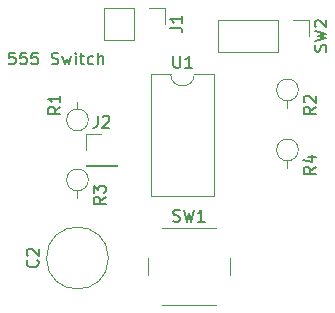
<source format=gto>
%TF.GenerationSoftware,KiCad,Pcbnew,7.0.10*%
%TF.CreationDate,2024-01-13T01:29:39-05:00*%
%TF.ProjectId,555_toggle-switch,3535355f-746f-4676-976c-652d73776974,rev?*%
%TF.SameCoordinates,Original*%
%TF.FileFunction,Legend,Top*%
%TF.FilePolarity,Positive*%
%FSLAX46Y46*%
G04 Gerber Fmt 4.6, Leading zero omitted, Abs format (unit mm)*
G04 Created by KiCad (PCBNEW 7.0.10) date 2024-01-13 01:29:39*
%MOMM*%
%LPD*%
G01*
G04 APERTURE LIST*
%ADD10C,0.150000*%
%ADD11C,0.120000*%
G04 APERTURE END LIST*
D10*
X111556969Y-90817819D02*
X111080779Y-90817819D01*
X111080779Y-90817819D02*
X111033160Y-91294009D01*
X111033160Y-91294009D02*
X111080779Y-91246390D01*
X111080779Y-91246390D02*
X111176017Y-91198771D01*
X111176017Y-91198771D02*
X111414112Y-91198771D01*
X111414112Y-91198771D02*
X111509350Y-91246390D01*
X111509350Y-91246390D02*
X111556969Y-91294009D01*
X111556969Y-91294009D02*
X111604588Y-91389247D01*
X111604588Y-91389247D02*
X111604588Y-91627342D01*
X111604588Y-91627342D02*
X111556969Y-91722580D01*
X111556969Y-91722580D02*
X111509350Y-91770200D01*
X111509350Y-91770200D02*
X111414112Y-91817819D01*
X111414112Y-91817819D02*
X111176017Y-91817819D01*
X111176017Y-91817819D02*
X111080779Y-91770200D01*
X111080779Y-91770200D02*
X111033160Y-91722580D01*
X112509350Y-90817819D02*
X112033160Y-90817819D01*
X112033160Y-90817819D02*
X111985541Y-91294009D01*
X111985541Y-91294009D02*
X112033160Y-91246390D01*
X112033160Y-91246390D02*
X112128398Y-91198771D01*
X112128398Y-91198771D02*
X112366493Y-91198771D01*
X112366493Y-91198771D02*
X112461731Y-91246390D01*
X112461731Y-91246390D02*
X112509350Y-91294009D01*
X112509350Y-91294009D02*
X112556969Y-91389247D01*
X112556969Y-91389247D02*
X112556969Y-91627342D01*
X112556969Y-91627342D02*
X112509350Y-91722580D01*
X112509350Y-91722580D02*
X112461731Y-91770200D01*
X112461731Y-91770200D02*
X112366493Y-91817819D01*
X112366493Y-91817819D02*
X112128398Y-91817819D01*
X112128398Y-91817819D02*
X112033160Y-91770200D01*
X112033160Y-91770200D02*
X111985541Y-91722580D01*
X113461731Y-90817819D02*
X112985541Y-90817819D01*
X112985541Y-90817819D02*
X112937922Y-91294009D01*
X112937922Y-91294009D02*
X112985541Y-91246390D01*
X112985541Y-91246390D02*
X113080779Y-91198771D01*
X113080779Y-91198771D02*
X113318874Y-91198771D01*
X113318874Y-91198771D02*
X113414112Y-91246390D01*
X113414112Y-91246390D02*
X113461731Y-91294009D01*
X113461731Y-91294009D02*
X113509350Y-91389247D01*
X113509350Y-91389247D02*
X113509350Y-91627342D01*
X113509350Y-91627342D02*
X113461731Y-91722580D01*
X113461731Y-91722580D02*
X113414112Y-91770200D01*
X113414112Y-91770200D02*
X113318874Y-91817819D01*
X113318874Y-91817819D02*
X113080779Y-91817819D01*
X113080779Y-91817819D02*
X112985541Y-91770200D01*
X112985541Y-91770200D02*
X112937922Y-91722580D01*
X114652208Y-91770200D02*
X114795065Y-91817819D01*
X114795065Y-91817819D02*
X115033160Y-91817819D01*
X115033160Y-91817819D02*
X115128398Y-91770200D01*
X115128398Y-91770200D02*
X115176017Y-91722580D01*
X115176017Y-91722580D02*
X115223636Y-91627342D01*
X115223636Y-91627342D02*
X115223636Y-91532104D01*
X115223636Y-91532104D02*
X115176017Y-91436866D01*
X115176017Y-91436866D02*
X115128398Y-91389247D01*
X115128398Y-91389247D02*
X115033160Y-91341628D01*
X115033160Y-91341628D02*
X114842684Y-91294009D01*
X114842684Y-91294009D02*
X114747446Y-91246390D01*
X114747446Y-91246390D02*
X114699827Y-91198771D01*
X114699827Y-91198771D02*
X114652208Y-91103533D01*
X114652208Y-91103533D02*
X114652208Y-91008295D01*
X114652208Y-91008295D02*
X114699827Y-90913057D01*
X114699827Y-90913057D02*
X114747446Y-90865438D01*
X114747446Y-90865438D02*
X114842684Y-90817819D01*
X114842684Y-90817819D02*
X115080779Y-90817819D01*
X115080779Y-90817819D02*
X115223636Y-90865438D01*
X115556970Y-91151152D02*
X115747446Y-91817819D01*
X115747446Y-91817819D02*
X115937922Y-91341628D01*
X115937922Y-91341628D02*
X116128398Y-91817819D01*
X116128398Y-91817819D02*
X116318874Y-91151152D01*
X116699827Y-91817819D02*
X116699827Y-91151152D01*
X116699827Y-90817819D02*
X116652208Y-90865438D01*
X116652208Y-90865438D02*
X116699827Y-90913057D01*
X116699827Y-90913057D02*
X116747446Y-90865438D01*
X116747446Y-90865438D02*
X116699827Y-90817819D01*
X116699827Y-90817819D02*
X116699827Y-90913057D01*
X117033160Y-91151152D02*
X117414112Y-91151152D01*
X117176017Y-90817819D02*
X117176017Y-91674961D01*
X117176017Y-91674961D02*
X117223636Y-91770200D01*
X117223636Y-91770200D02*
X117318874Y-91817819D01*
X117318874Y-91817819D02*
X117414112Y-91817819D01*
X118176017Y-91770200D02*
X118080779Y-91817819D01*
X118080779Y-91817819D02*
X117890303Y-91817819D01*
X117890303Y-91817819D02*
X117795065Y-91770200D01*
X117795065Y-91770200D02*
X117747446Y-91722580D01*
X117747446Y-91722580D02*
X117699827Y-91627342D01*
X117699827Y-91627342D02*
X117699827Y-91341628D01*
X117699827Y-91341628D02*
X117747446Y-91246390D01*
X117747446Y-91246390D02*
X117795065Y-91198771D01*
X117795065Y-91198771D02*
X117890303Y-91151152D01*
X117890303Y-91151152D02*
X118080779Y-91151152D01*
X118080779Y-91151152D02*
X118176017Y-91198771D01*
X118604589Y-91817819D02*
X118604589Y-90817819D01*
X119033160Y-91817819D02*
X119033160Y-91294009D01*
X119033160Y-91294009D02*
X118985541Y-91198771D01*
X118985541Y-91198771D02*
X118890303Y-91151152D01*
X118890303Y-91151152D02*
X118747446Y-91151152D01*
X118747446Y-91151152D02*
X118652208Y-91198771D01*
X118652208Y-91198771D02*
X118604589Y-91246390D01*
X118538666Y-96184819D02*
X118538666Y-96899104D01*
X118538666Y-96899104D02*
X118491047Y-97041961D01*
X118491047Y-97041961D02*
X118395809Y-97137200D01*
X118395809Y-97137200D02*
X118252952Y-97184819D01*
X118252952Y-97184819D02*
X118157714Y-97184819D01*
X118967238Y-96280057D02*
X119014857Y-96232438D01*
X119014857Y-96232438D02*
X119110095Y-96184819D01*
X119110095Y-96184819D02*
X119348190Y-96184819D01*
X119348190Y-96184819D02*
X119443428Y-96232438D01*
X119443428Y-96232438D02*
X119491047Y-96280057D01*
X119491047Y-96280057D02*
X119538666Y-96375295D01*
X119538666Y-96375295D02*
X119538666Y-96470533D01*
X119538666Y-96470533D02*
X119491047Y-96613390D01*
X119491047Y-96613390D02*
X118919619Y-97184819D01*
X118919619Y-97184819D02*
X119538666Y-97184819D01*
X137865200Y-90741332D02*
X137912819Y-90598475D01*
X137912819Y-90598475D02*
X137912819Y-90360380D01*
X137912819Y-90360380D02*
X137865200Y-90265142D01*
X137865200Y-90265142D02*
X137817580Y-90217523D01*
X137817580Y-90217523D02*
X137722342Y-90169904D01*
X137722342Y-90169904D02*
X137627104Y-90169904D01*
X137627104Y-90169904D02*
X137531866Y-90217523D01*
X137531866Y-90217523D02*
X137484247Y-90265142D01*
X137484247Y-90265142D02*
X137436628Y-90360380D01*
X137436628Y-90360380D02*
X137389009Y-90550856D01*
X137389009Y-90550856D02*
X137341390Y-90646094D01*
X137341390Y-90646094D02*
X137293771Y-90693713D01*
X137293771Y-90693713D02*
X137198533Y-90741332D01*
X137198533Y-90741332D02*
X137103295Y-90741332D01*
X137103295Y-90741332D02*
X137008057Y-90693713D01*
X137008057Y-90693713D02*
X136960438Y-90646094D01*
X136960438Y-90646094D02*
X136912819Y-90550856D01*
X136912819Y-90550856D02*
X136912819Y-90312761D01*
X136912819Y-90312761D02*
X136960438Y-90169904D01*
X136912819Y-89836570D02*
X137912819Y-89598475D01*
X137912819Y-89598475D02*
X137198533Y-89407999D01*
X137198533Y-89407999D02*
X137912819Y-89217523D01*
X137912819Y-89217523D02*
X136912819Y-88979428D01*
X137008057Y-88646094D02*
X136960438Y-88598475D01*
X136960438Y-88598475D02*
X136912819Y-88503237D01*
X136912819Y-88503237D02*
X136912819Y-88265142D01*
X136912819Y-88265142D02*
X136960438Y-88169904D01*
X136960438Y-88169904D02*
X137008057Y-88122285D01*
X137008057Y-88122285D02*
X137103295Y-88074666D01*
X137103295Y-88074666D02*
X137198533Y-88074666D01*
X137198533Y-88074666D02*
X137341390Y-88122285D01*
X137341390Y-88122285D02*
X137912819Y-88693713D01*
X137912819Y-88693713D02*
X137912819Y-88074666D01*
X124704819Y-88725333D02*
X125419104Y-88725333D01*
X125419104Y-88725333D02*
X125561961Y-88772952D01*
X125561961Y-88772952D02*
X125657200Y-88868190D01*
X125657200Y-88868190D02*
X125704819Y-89011047D01*
X125704819Y-89011047D02*
X125704819Y-89106285D01*
X125704819Y-87725333D02*
X125704819Y-88296761D01*
X125704819Y-88011047D02*
X124704819Y-88011047D01*
X124704819Y-88011047D02*
X124847676Y-88106285D01*
X124847676Y-88106285D02*
X124942914Y-88201523D01*
X124942914Y-88201523D02*
X124990533Y-88296761D01*
X124968095Y-91104819D02*
X124968095Y-91914342D01*
X124968095Y-91914342D02*
X125015714Y-92009580D01*
X125015714Y-92009580D02*
X125063333Y-92057200D01*
X125063333Y-92057200D02*
X125158571Y-92104819D01*
X125158571Y-92104819D02*
X125349047Y-92104819D01*
X125349047Y-92104819D02*
X125444285Y-92057200D01*
X125444285Y-92057200D02*
X125491904Y-92009580D01*
X125491904Y-92009580D02*
X125539523Y-91914342D01*
X125539523Y-91914342D02*
X125539523Y-91104819D01*
X126539523Y-92104819D02*
X125968095Y-92104819D01*
X126253809Y-92104819D02*
X126253809Y-91104819D01*
X126253809Y-91104819D02*
X126158571Y-91247676D01*
X126158571Y-91247676D02*
X126063333Y-91342914D01*
X126063333Y-91342914D02*
X125968095Y-91390533D01*
X136994819Y-100496666D02*
X136518628Y-100829999D01*
X136994819Y-101068094D02*
X135994819Y-101068094D01*
X135994819Y-101068094D02*
X135994819Y-100687142D01*
X135994819Y-100687142D02*
X136042438Y-100591904D01*
X136042438Y-100591904D02*
X136090057Y-100544285D01*
X136090057Y-100544285D02*
X136185295Y-100496666D01*
X136185295Y-100496666D02*
X136328152Y-100496666D01*
X136328152Y-100496666D02*
X136423390Y-100544285D01*
X136423390Y-100544285D02*
X136471009Y-100591904D01*
X136471009Y-100591904D02*
X136518628Y-100687142D01*
X136518628Y-100687142D02*
X136518628Y-101068094D01*
X136328152Y-99639523D02*
X136994819Y-99639523D01*
X135947200Y-99877618D02*
X136661485Y-100115713D01*
X136661485Y-100115713D02*
X136661485Y-99496666D01*
X115374819Y-95416666D02*
X114898628Y-95749999D01*
X115374819Y-95988094D02*
X114374819Y-95988094D01*
X114374819Y-95988094D02*
X114374819Y-95607142D01*
X114374819Y-95607142D02*
X114422438Y-95511904D01*
X114422438Y-95511904D02*
X114470057Y-95464285D01*
X114470057Y-95464285D02*
X114565295Y-95416666D01*
X114565295Y-95416666D02*
X114708152Y-95416666D01*
X114708152Y-95416666D02*
X114803390Y-95464285D01*
X114803390Y-95464285D02*
X114851009Y-95511904D01*
X114851009Y-95511904D02*
X114898628Y-95607142D01*
X114898628Y-95607142D02*
X114898628Y-95988094D01*
X115374819Y-94464285D02*
X115374819Y-95035713D01*
X115374819Y-94749999D02*
X114374819Y-94749999D01*
X114374819Y-94749999D02*
X114517676Y-94845237D01*
X114517676Y-94845237D02*
X114612914Y-94940475D01*
X114612914Y-94940475D02*
X114660533Y-95035713D01*
X113449580Y-108386666D02*
X113497200Y-108434285D01*
X113497200Y-108434285D02*
X113544819Y-108577142D01*
X113544819Y-108577142D02*
X113544819Y-108672380D01*
X113544819Y-108672380D02*
X113497200Y-108815237D01*
X113497200Y-108815237D02*
X113401961Y-108910475D01*
X113401961Y-108910475D02*
X113306723Y-108958094D01*
X113306723Y-108958094D02*
X113116247Y-109005713D01*
X113116247Y-109005713D02*
X112973390Y-109005713D01*
X112973390Y-109005713D02*
X112782914Y-108958094D01*
X112782914Y-108958094D02*
X112687676Y-108910475D01*
X112687676Y-108910475D02*
X112592438Y-108815237D01*
X112592438Y-108815237D02*
X112544819Y-108672380D01*
X112544819Y-108672380D02*
X112544819Y-108577142D01*
X112544819Y-108577142D02*
X112592438Y-108434285D01*
X112592438Y-108434285D02*
X112640057Y-108386666D01*
X112640057Y-108005713D02*
X112592438Y-107958094D01*
X112592438Y-107958094D02*
X112544819Y-107862856D01*
X112544819Y-107862856D02*
X112544819Y-107624761D01*
X112544819Y-107624761D02*
X112592438Y-107529523D01*
X112592438Y-107529523D02*
X112640057Y-107481904D01*
X112640057Y-107481904D02*
X112735295Y-107434285D01*
X112735295Y-107434285D02*
X112830533Y-107434285D01*
X112830533Y-107434285D02*
X112973390Y-107481904D01*
X112973390Y-107481904D02*
X113544819Y-108053332D01*
X113544819Y-108053332D02*
X113544819Y-107434285D01*
X136994819Y-95416666D02*
X136518628Y-95749999D01*
X136994819Y-95988094D02*
X135994819Y-95988094D01*
X135994819Y-95988094D02*
X135994819Y-95607142D01*
X135994819Y-95607142D02*
X136042438Y-95511904D01*
X136042438Y-95511904D02*
X136090057Y-95464285D01*
X136090057Y-95464285D02*
X136185295Y-95416666D01*
X136185295Y-95416666D02*
X136328152Y-95416666D01*
X136328152Y-95416666D02*
X136423390Y-95464285D01*
X136423390Y-95464285D02*
X136471009Y-95511904D01*
X136471009Y-95511904D02*
X136518628Y-95607142D01*
X136518628Y-95607142D02*
X136518628Y-95988094D01*
X136090057Y-95035713D02*
X136042438Y-94988094D01*
X136042438Y-94988094D02*
X135994819Y-94892856D01*
X135994819Y-94892856D02*
X135994819Y-94654761D01*
X135994819Y-94654761D02*
X136042438Y-94559523D01*
X136042438Y-94559523D02*
X136090057Y-94511904D01*
X136090057Y-94511904D02*
X136185295Y-94464285D01*
X136185295Y-94464285D02*
X136280533Y-94464285D01*
X136280533Y-94464285D02*
X136423390Y-94511904D01*
X136423390Y-94511904D02*
X136994819Y-95083332D01*
X136994819Y-95083332D02*
X136994819Y-94464285D01*
X119214819Y-103036666D02*
X118738628Y-103369999D01*
X119214819Y-103608094D02*
X118214819Y-103608094D01*
X118214819Y-103608094D02*
X118214819Y-103227142D01*
X118214819Y-103227142D02*
X118262438Y-103131904D01*
X118262438Y-103131904D02*
X118310057Y-103084285D01*
X118310057Y-103084285D02*
X118405295Y-103036666D01*
X118405295Y-103036666D02*
X118548152Y-103036666D01*
X118548152Y-103036666D02*
X118643390Y-103084285D01*
X118643390Y-103084285D02*
X118691009Y-103131904D01*
X118691009Y-103131904D02*
X118738628Y-103227142D01*
X118738628Y-103227142D02*
X118738628Y-103608094D01*
X118214819Y-102703332D02*
X118214819Y-102084285D01*
X118214819Y-102084285D02*
X118595771Y-102417618D01*
X118595771Y-102417618D02*
X118595771Y-102274761D01*
X118595771Y-102274761D02*
X118643390Y-102179523D01*
X118643390Y-102179523D02*
X118691009Y-102131904D01*
X118691009Y-102131904D02*
X118786247Y-102084285D01*
X118786247Y-102084285D02*
X119024342Y-102084285D01*
X119024342Y-102084285D02*
X119119580Y-102131904D01*
X119119580Y-102131904D02*
X119167200Y-102179523D01*
X119167200Y-102179523D02*
X119214819Y-102274761D01*
X119214819Y-102274761D02*
X119214819Y-102560475D01*
X119214819Y-102560475D02*
X119167200Y-102655713D01*
X119167200Y-102655713D02*
X119119580Y-102703332D01*
X124956667Y-105087200D02*
X125099524Y-105134819D01*
X125099524Y-105134819D02*
X125337619Y-105134819D01*
X125337619Y-105134819D02*
X125432857Y-105087200D01*
X125432857Y-105087200D02*
X125480476Y-105039580D01*
X125480476Y-105039580D02*
X125528095Y-104944342D01*
X125528095Y-104944342D02*
X125528095Y-104849104D01*
X125528095Y-104849104D02*
X125480476Y-104753866D01*
X125480476Y-104753866D02*
X125432857Y-104706247D01*
X125432857Y-104706247D02*
X125337619Y-104658628D01*
X125337619Y-104658628D02*
X125147143Y-104611009D01*
X125147143Y-104611009D02*
X125051905Y-104563390D01*
X125051905Y-104563390D02*
X125004286Y-104515771D01*
X125004286Y-104515771D02*
X124956667Y-104420533D01*
X124956667Y-104420533D02*
X124956667Y-104325295D01*
X124956667Y-104325295D02*
X125004286Y-104230057D01*
X125004286Y-104230057D02*
X125051905Y-104182438D01*
X125051905Y-104182438D02*
X125147143Y-104134819D01*
X125147143Y-104134819D02*
X125385238Y-104134819D01*
X125385238Y-104134819D02*
X125528095Y-104182438D01*
X125861429Y-104134819D02*
X126099524Y-105134819D01*
X126099524Y-105134819D02*
X126290000Y-104420533D01*
X126290000Y-104420533D02*
X126480476Y-105134819D01*
X126480476Y-105134819D02*
X126718572Y-104134819D01*
X127623333Y-105134819D02*
X127051905Y-105134819D01*
X127337619Y-105134819D02*
X127337619Y-104134819D01*
X127337619Y-104134819D02*
X127242381Y-104277676D01*
X127242381Y-104277676D02*
X127147143Y-104372914D01*
X127147143Y-104372914D02*
X127051905Y-104420533D01*
D11*
%TO.C,J2*%
X117542000Y-97730000D02*
X118872000Y-97730000D01*
X117542000Y-100330000D02*
X120202000Y-100330000D01*
X117542000Y-100390000D02*
X120202000Y-100390000D01*
X120202000Y-100330000D02*
X120202000Y-100390000D01*
X117542000Y-100330000D02*
X117542000Y-100390000D01*
X117542000Y-99060000D02*
X117542000Y-97730000D01*
%TO.C,SW2*%
X128718000Y-88078000D02*
X128718000Y-90738000D01*
X133858000Y-88078000D02*
X128718000Y-88078000D01*
X135128000Y-88078000D02*
X136458000Y-88078000D01*
X133858000Y-90738000D02*
X128718000Y-90738000D01*
X136458000Y-88078000D02*
X136458000Y-89408000D01*
X133858000Y-88078000D02*
X133858000Y-90738000D01*
%TO.C,J1*%
X121650000Y-89722000D02*
X119050000Y-89722000D01*
X124250000Y-87062000D02*
X124250000Y-88392000D01*
X121650000Y-87062000D02*
X121650000Y-89722000D01*
X121650000Y-87062000D02*
X119050000Y-87062000D01*
X119050000Y-87062000D02*
X119050000Y-89722000D01*
X122920000Y-87062000D02*
X124250000Y-87062000D01*
%TO.C,U1*%
X123080000Y-92650000D02*
X123080000Y-102930000D01*
X123080000Y-102930000D02*
X128380000Y-102930000D01*
X124730000Y-92650000D02*
X123080000Y-92650000D01*
X128380000Y-92650000D02*
X126730000Y-92650000D01*
X128380000Y-102930000D02*
X128380000Y-92650000D01*
X124730000Y-92650000D02*
G75*
G03*
X126730000Y-92650000I1000000J0D01*
G01*
%TO.C,R4*%
X134620000Y-99980000D02*
X134620000Y-100600000D01*
X135540000Y-99060000D02*
G75*
G03*
X133700000Y-99060000I-920000J0D01*
G01*
X133700000Y-99060000D02*
G75*
G03*
X135540000Y-99060000I920000J0D01*
G01*
%TO.C,R1*%
X116840000Y-95600000D02*
X116840000Y-94980000D01*
X117760000Y-96520000D02*
G75*
G03*
X115920000Y-96520000I-920000J0D01*
G01*
X115920000Y-96520000D02*
G75*
G03*
X117760000Y-96520000I920000J0D01*
G01*
%TO.C,C2*%
X119460000Y-108220000D02*
G75*
G03*
X114220000Y-108220000I-2620000J0D01*
G01*
X114220000Y-108220000D02*
G75*
G03*
X119460000Y-108220000I2620000J0D01*
G01*
%TO.C,R2*%
X134620000Y-94900000D02*
X134620000Y-95520000D01*
X135540000Y-93980000D02*
G75*
G03*
X133700000Y-93980000I-920000J0D01*
G01*
X133700000Y-93980000D02*
G75*
G03*
X135540000Y-93980000I920000J0D01*
G01*
%TO.C,R3*%
X116840000Y-102520000D02*
X116840000Y-103140000D01*
X117760000Y-101600000D02*
G75*
G03*
X115920000Y-101600000I-920000J0D01*
G01*
X115920000Y-101600000D02*
G75*
G03*
X117760000Y-101600000I920000J0D01*
G01*
%TO.C,SW1*%
X122790000Y-108180000D02*
X122790000Y-109680000D01*
X124040000Y-112180000D02*
X128540000Y-112180000D01*
X128540000Y-105680000D02*
X124040000Y-105680000D01*
X129790000Y-109680000D02*
X129790000Y-108180000D01*
%TD*%
M02*

</source>
